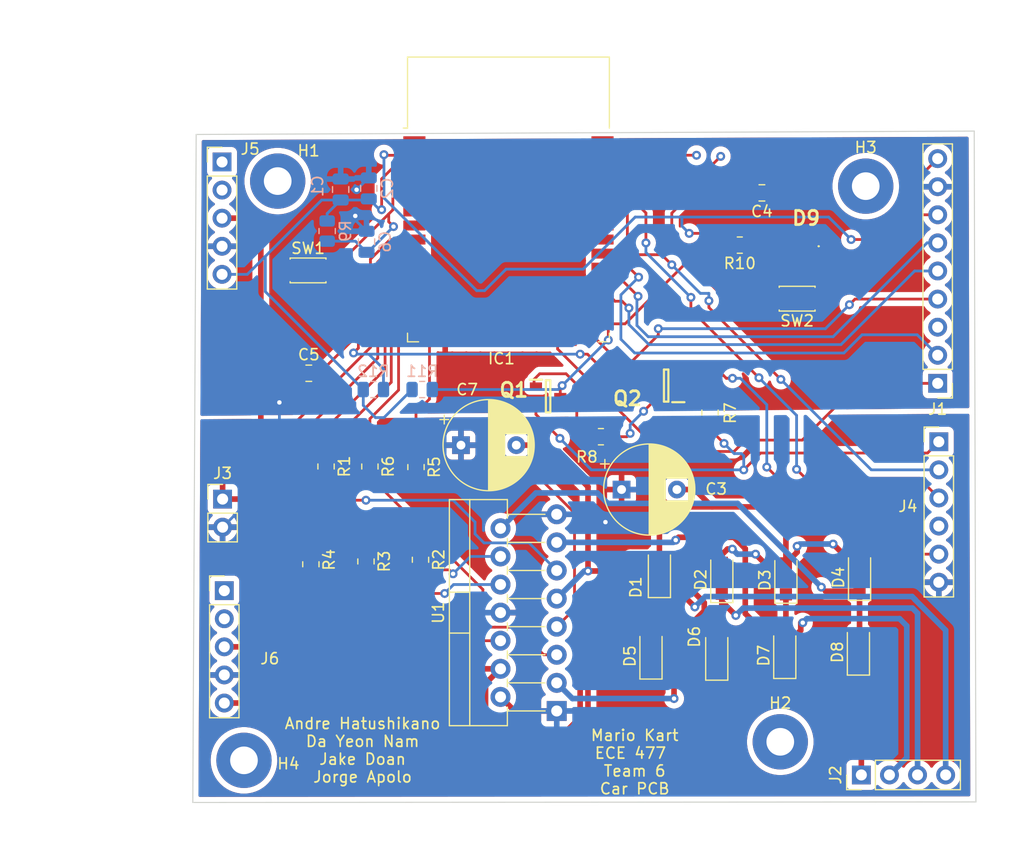
<source format=kicad_pcb>
(kicad_pcb (version 20211014) (generator pcbnew)
  (layers (0 "F.Cu" signal) (31 "B.Cu" signal) (34 "B.Paste" user) (35 "F.Paste" user) (36 "B.SilkS" user "B.Silkscreen") (37 "F.SilkS" user "F.Silkscreen") (38 "B.Mask" user) (39 "F.Mask" user) (44 "Edge.Cuts" user))
  (net 0 "")
  (net 1 "GND")
  (net 2 "OUT1")
  (net 3 "OUT2")
  (net 4 "OUT3")
  (net 5 "OUT4")
  (net 23 "Vout")
  (net 24 "GPIO0")
  (net 25 "EN")
  (net 26 "GPIO32")
  (net 27 "GPIO33")
  (net 28 "GPIO25")
  (net 29 "GPIO26")
  (net 30 "GPIO27")
  (net 31 "GPIO14")
  (net 32 "SS")
  (net 33 "MOSI")
  (net 34 "MISO")
  (net 35 "IRQ")
  (net 36 "SCK")
  (net 37 "RX")
  (net 38 "TX")
  (net 39 "DTR")
  (net 40 "CTS")
  (net 41 "B+")
  (net 46 "Net-(R2-Pad2)")
  (net 47 "Net-(Q2-Pad1)")
  (net 49 "Net-(Q1-Pad1)")
  (net 50 "Net-(R1-Pad2)")
  (net 51 "Net-(R3-Pad2)")
  (net 52 "Net-(R4-Pad2)")
  (net 53 "Net-(R5-Pad2)")
  (net 54 "Net-(R6-Pad2)")
  (net 55 "3.3V")
  (net 56 "Net-(D9-Pad2)")
  (net 58 "GPIO22")
  (net 59 "GPIO23")
  (footprint "Button_Switch_SMD:SW_SPST_CK_KXT3" (layer "F.Cu") (at 107.644 65.5468 180)
    (fp_text reference "SW2")
    (fp_text value "SW_Push")
  )
  (footprint "Resistor_SMD:R_0805_2012Metric" (layer "F.Cu") (at 65.0748 80.7193 -90)
    (fp_text reference "R1")
    (fp_text value "20")
  )
  (footprint "Diode_SMD:D_SOD-123F" (layer "F.Cu") (at 113.284 90.6272 90)
    (fp_text reference "D4")
    (fp_text value "IN4148")
  )
  (footprint "Connector_PinHeader_2.54mm:PinHeader_1x06_P2.54mm_Vertical" (layer "F.Cu") (at 120.4468 78.486)
    (fp_text reference "J4")
    (fp_text value "Conn_01x06_Female")
  )
  (footprint "Capacitor_THT:CP_Radial_D8.0mm_P5.00mm" (layer "F.Cu") (at 77.2668 78.7908)
    (fp_text reference "C7")
    (fp_text value "100uF")
  )
  (footprint "Resistor_SMD:R_0805_2012Metric" (layer "F.Cu") (at 73.6092 89.154 -90)
    (fp_text reference "R2")
    (fp_text value "20")
  )
  (footprint "Resistor_SMD:R_0805_2012Metric" (layer "F.Cu") (at 99.7712 75.8444 90)
    (fp_text reference "R7")
    (fp_text value "10k")
  )
  (footprint "Diode_SMD:D_SOD-123F" (layer "F.Cu") (at 94.4372 97.7392 90)
    (fp_text reference "D5")
    (fp_text value "IN4148")
  )
  (footprint "Connector_PinHeader_2.54mm:PinHeader_1x09_P2.54mm_Vertical" (layer "F.Cu") (at 120.3452 73.2028 180)
    (fp_text reference "J1")
    (fp_text value "Conn_01x09_Female")
  )
  (footprint "Connector_PinHeader_2.54mm:PinHeader_1x04_P2.54mm_Vertical" (layer "F.Cu") (at 113.4464 108.6104 90)
    (fp_text reference "J2")
    (fp_text value "Conn_01x04_Male")
  )
  (footprint "Resistor_SMD:R_0805_2012Metric" (layer "F.Cu") (at 63.7032 89.5604 -90)
    (fp_text reference "R4")
    (fp_text value "20")
  )
  (footprint "MountingHole:MountingHole_2.5mm_Pad" (layer "F.Cu") (at 113.8428 55.372)
    (fp_text reference "H3")
    (fp_text value "MountingHole")
  )
  (footprint "Diode_SMD:D_SOD-123F" (layer "F.Cu") (at 106.6292 90.8812 90)
    (fp_text reference "D3")
    (fp_text value "IN4148")
  )
  (footprint "SamacSys_Parts:SOT95P240X115-3N" (layer "F.Cu") (at 95.8088 73.406 180)
    (fp_text reference "Q2")
    (fp_text value "SS8050-G" hide)
  )
  (footprint "SamacSys_Parts:APHCM2012QBCDF01" (layer "F.Cu") (at 107.3404 60.8076 180)
    (fp_text reference "D9")
    (fp_text value "LED" hide)
  )
  (footprint "Resistor_SMD:R_0805_2012Metric" (layer "F.Cu") (at 89.9141 78.0288 180)
    (fp_text reference "R8")
    (fp_text value "10k")
  )
  (footprint "MountingHole:MountingHole_2.5mm_Pad" (layer "F.Cu") (at 57.658 107.2896)
    (fp_text reference "H4")
    (fp_text value "MountingHole")
  )
  (footprint "Connector_PinHeader_2.54mm:PinHeader_1x02_P2.54mm_Vertical" (layer "F.Cu") (at 55.7276 83.6676)
    (fp_text reference "J3")
    (fp_text value "Conn_01x02_Female")
  )
  (footprint "Resistor_SMD:R_0805_2012Metric" (layer "F.Cu") (at 68.6816 89.3064 -90)
    (fp_text reference "R3")
    (fp_text value "20")
  )
  (footprint "Resistor_SMD:R_0805_2012Metric" (layer "F.Cu") (at 73.2028 80.7739 -90)
    (fp_text reference "R5")
    (fp_text value "20")
  )
  (footprint "MountingHole:MountingHole_2.5mm_Pad" (layer "F.Cu") (at 60.706 54.9148)
    (fp_text reference "H1")
    (fp_text value "MountingHole")
  )
  (footprint "Package_TO_SOT_THT:TO-220-15_P2.54x2.54mm_StaggerOdd_Lead4.58mm_Vertical" (layer "F.Cu") (at 85.9198 102.8242 90)
    (fp_text reference "U1")
    (fp_text value "L298HN")
  )
  (footprint "Capacitor_THT:CP_Radial_D8.0mm_P5.00mm" (layer "F.Cu") (at 91.780549 82.804)
    (fp_text reference "C3")
    (fp_text value "100uF")
  )
  (footprint "Diode_SMD:D_SOD-123F" (layer "F.Cu") (at 100.3808 97.8408 90)
    (fp_text reference "D6")
    (fp_text value "IN4148")
  )
  (footprint "Diode_SMD:D_SOD-123F" (layer "F.Cu") (at 100.838 90.8304 90)
    (fp_text reference "D2")
    (fp_text value "IN4148")
  )
  (footprint "Diode_SMD:D_SOD-123F" (layer "F.Cu") (at 95.1992 90.3732 90)
    (fp_text reference "D1")
    (fp_text value "IN4148")
  )
  (footprint "Button_Switch_SMD:SW_SPST_CK_KXT3" (layer "F.Cu") (at 63.4492 62.992)
    (fp_text reference "SW1")
    (fp_text value "SW_Push")
  )
  (footprint "Connector_PinHeader_2.54mm:PinHeader_1x05_P2.54mm_Vertical" (layer "F.Cu") (at 55.88 91.948)
    (fp_text reference "J6")
    (fp_text value "Conn_01x05_Female")
  )
  (footprint "Connector_PinHeader_2.54mm:PinHeader_1x05_P2.54mm_Vertical" (layer "F.Cu") (at 55.6768 53.1876)
    (fp_text reference "J5")
    (fp_text value "Conn_01x05_Female")
  )
  (footprint "Resistor_SMD:R_0805_2012Metric" (layer "F.Cu") (at 69.0372 80.7212 -90)
    (fp_text reference "R6")
    (fp_text value "20")
  )
  (footprint "RF_Module:ESP32-SOLO-ONE" (layer "F.Cu") (at 81.5568 59.5668)
    (fp_text reference "IC1")
    (fp_text value "ESP32-SOLO-1")
  )
  (footprint "MountingHole:MountingHole_2.5mm_Pad" (layer "F.Cu") (at 106.1212 105.6132)
    (fp_text reference "H2")
    (fp_text value "MountingHole")
  )
  (footprint "Diode_SMD:D_SOD-123F" (layer "F.Cu") (at 106.5276 97.6884 90)
    (fp_text reference "D7")
    (fp_text value "IN4148")
  )
  (footprint "Resistor_SMD:R_0805_2012Metric" (layer "F.Cu") (at 102.4636 60.706 180)
    (fp_text reference "R10")
    (fp_text value "10k")
  )
  (footprint "Capacitor_SMD:C_0805_2012Metric" (layer "F.Cu") (at 104.46 55.9816 180)
    (fp_text reference "C4")
    (fp_text value "100nF")
  )
  (footprint "SamacSys_Parts:SOT95P240X115-3N" (layer "F.Cu") (at 85.1408 74.3712)
    (fp_text reference "Q1")
    (fp_text value "SS8050-G" hide)
  )
  (footprint "Capacitor_SMD:C_0805_2012Metric" (layer "F.Cu") (at 63.5152 72.2884)
    (fp_text reference "C5")
    (fp_text value "100nF")
  )
  (footprint "Diode_SMD:D_SOD-123F" (layer "F.Cu") (at 113.1824 97.3836 90)
    (fp_text reference "D8")
    (fp_text value "IN4148")
  )
  (footprint "Resistor_SMD:R_0805_2012Metric" (layer "B.Cu") (at 73.7616 73.7616 180)
    (fp_text reference "R11")
    (fp_text value "10k")
  )
  (footprint "Capacitor_SMD:C_0805_2012Metric" (layer "B.Cu") (at 68.9356 55.5752 90)
    (fp_text reference "C2")
    (fp_text value "100nF")
  )
  (footprint "Resistor_SMD:R_0805_2012Metric" (layer "B.Cu") (at 65.1764 59.4341 90)
    (fp_text reference "R9")
    (fp_text value "10k")
  )
  (footprint "Capacitor_SMD:C_0805_2012Metric" (layer "B.Cu") (at 66.3956 55.6768 90)
    (fp_text reference "C1")
    (fp_text value "22uF")
  )
  (footprint "Capacitor_SMD:C_0805_2012Metric" (layer "B.Cu") (at 68.7324 60.4012 90)
    (fp_text reference "C6")
    (fp_text value "100nF")
  )
  (footprint "Resistor_SMD:R_0805_2012Metric" (layer "B.Cu") (at 69.3516 73.7616 180)
    (fp_text reference "R12")
    (fp_text value "10k")
  )
  (gr_line (start 53.34 50.6984) (end 123.6472 50.3936) (layer "Edge.Cuts") (width 0.1))
  (gr_line (start 123.7996 111.0488) (end 53.0352 111.0996) (layer "Edge.Cuts") (width 0.1))
  (gr_line (start 53.0352 111.0996) (end 53.34 50.6984) (layer "Edge.Cuts") (width 0.1))
  (gr_line (start 123.6472 50.3936) (end 123.7996 111.0488) (layer "Edge.Cuts") (width 0.1))
  (gr_text "Andre Hatushikano\nDa Yeon Nam\nJake Doan\nJorge Apolo" (at 68.3768 106.3752) (layer "F.SilkS") (effects (font (size 1 1))))
  (gr_text "Mario Kart\nECE 477 \nTeam 6\nCar PCB\n" (at 92.964 107.442) (layer "F.SilkS") (effects (font (size 1 1))))
  (segment (start 67.837079 55.698248) (end 67.837079 57.943721) (width 0.25) (layer "F.Cu") (net 1))
  (segment (start 91.780549 82.804) (end 91.780549 84.292251) (width 0.25) (layer "F.Cu") (net 1))
  (segment (start 67.837079 57.943721) (end 67.7164 58.0644) (width 0.25) (layer "F.Cu") (net 1))
  (segment (start 62.5652 72.2884) (end 60.8584 73.9952) (width 0.25) (layer "F.Cu") (net 1))
  (segment (start 91.780549 84.292251) (end 90.3224 85.7504) (width 0.25) (layer "F.Cu") (net 1))
  (segment (start 60.8584 73.9952) (end 60.8584 74.93) (width 0.25) (layer "F.Cu") (net 1))
  (via (at 90.3224 85.7504) (size 0.8) (drill 0.4) (layers "F.Cu" "B.Cu") (net 1))
  (via (at 60.8584 74.93) (size 0.8) (drill 0.4) (layers "F.Cu" "B.Cu") (net 1))
  (via (at 67.7164 58.0644) (size 0.8) (drill 0.4) (layers "F.Cu" "B.Cu") (net 1))
  (via (at 67.837079 55.698248) (size 0.8) (drill 0.4) (layers "F.Cu" "B.Cu") (net 1))
  (segment (start 60.8584 77.2668) (end 60.5028 77.6224) (width 0.25) (layer "B.Cu") (net 1))
  (segment (start 67.7164 58.0644) (end 67.7164 58.4352) (width 0.25) (layer "B.Cu") (net 1))
  (segment (start 60.8584 74.93) (end 60.8584 77.2668) (width 0.25) (layer "B.Cu") (net 1))
  (segment (start 68.910127 54.6252) (end 67.837079 55.698248) (width 0.25) (layer "B.Cu") (net 1))
  (segment (start 60.5028 81.4324) (end 55.7276 86.2076) (width 0.25) (layer "B.Cu") (net 1))
  (segment (start 90.3224 85.7504) (end 89.6162 85.0442) (width 0.25) (layer "B.Cu") (net 1))
  (segment (start 68.9356 54.6252) (end 68.910127 54.6252) (width 0.25) (layer "B.Cu") (net 1))
  (segment (start 68.9356 54.6252) (end 68.9356 54.626181) (width 0.25) (layer "B.Cu") (net 1))
  (segment (start 89.6162 85.0442) (end 85.9198 85.0442) (width 0.25) (layer "B.Cu") (net 1))
  (segment (start 60.5028 77.6224) (end 60.5028 81.4324) (width 0.25) (layer "B.Cu") (net 1))
  (segment (start 67.7164 58.4352) (end 68.7324 59.4512) (width 0.25) (layer "B.Cu") (net 1))
  (segment (start 98.3996 93.4212) (end 96.7516 91.7732) (width 0.508) (layer "F.Cu") (net 2))
  (segment (start 95.1992 95.5772) (end 94.4372 96.3392) (width 0.508) (layer "F.Cu") (net 2))
  (segment (start 86.853822 104.5972) (end 83.8828 104.5972) (width 0.508) (layer "F.Cu") (net 2))
  (segment (start 88.0364 103.414622) (end 86.853822 104.5972) (width 0.508) (layer "F.Cu") (net 2))
  (segment (start 83.8828 104.5972) (end 80.8398 101.5542) (width 0.508) (layer "F.Cu") (net 2))
  (segment (start 95.1992 91.7732) (end 95.1992 95.5772) (width 0.508) (layer "F.Cu") (net 2))
  (segment (start 88.0364 99.899321) (end 91.596521 96.3392) (width 0.508) (layer "F.Cu") (net 2))
  (segment (start 88.0364 99.899321) (end 88.0364 103.414622) (width 0.508) (layer "F.Cu") (net 2))
  (segment (start 96.7516 91.7732) (end 95.1992 91.7732) (width 0.508) (layer "F.Cu") (net 2))
  (segment (start 91.596521 96.3392) (end 94.4372 96.3392) (width 0.508) (layer "F.Cu") (net 2))
  (via (at 98.3996 93.4212) (size 0.8) (drill 0.4) (layers "F.Cu" "B.Cu") (net 2))
  (segment (start 98.3996 93.4212) (end 99.3408 92.48) (width 0.508) (layer "B.Cu") (net 2))
  (segment (start 118.0324 92.48) (end 118.3132 92.7608) (width 0.508) (layer "B.Cu") (net 2))
  (segment (start 99.3408 92.48) (end 118.0324 92.48) (width 0.508) (layer "B.Cu") (net 2))
  (segment (start 118.3132 92.7608) (end 118.3132 92.776216) (width 0.508) (layer "B.Cu") (net 2))
  (segment (start 121.0664 95.529416) (end 121.0664 108.6104) (width 0.508) (layer "B.Cu") (net 2))
  (segment (start 118.3132 92.776216) (end 121.0664 95.529416) (width 0.508) (layer "B.Cu") (net 2))
  (segment (start 100.3808 96.4408) (end 96.52 100.3016) (width 0.508) (layer "F.Cu") (net 3))
  (segment (start 96.52 100.3016) (end 96.52 101.7016) (width 0.508) (layer "F.Cu") (net 3))
  (segment (start 102.103701 94.187499) (end 100.838 92.921798) (width 0.508) (layer "F.Cu") (net 3))
  (segment (start 100.838 95.9836) (end 100.3808 96.4408) (width 0.25) (layer "F.Cu") (net 3))
  (segment (start 100.838 92.2304) (end 100.838 95.9836) (width 0.508) (layer "F.Cu") (net 3))
  (via (at 102.103701 94.187499) (size 0.8) (drill 0.4) (layers "F.Cu" "B.Cu") (net 3))
  (via (at 96.52 101.7016) (size 0.8) (drill 0.4) (layers "F.Cu" "B.Cu") (net 3))
  (segment (start 102.7684 93.5228) (end 102.103701 94.187499) (width 0.508) (layer "B.Cu") (net 3))
  (segment (start 118.0592 93.5228) (end 102.7684 93.5228) (width 0.508) (layer "B.Cu") (net 3))
  (segment (start 118.5264 108.6104) (end 118.5264 93.99) (width 0.508) (layer "B.Cu") (net 3))
  (segment (start 118.5264 93.99) (end 118.0592 93.5228) (width 0.508) (layer "B.Cu") (net 3))
  (segment (start 96.52 101.7016) (end 87.3372 101.7016) (width 0.508) (layer "B.Cu") (net 3))
  (segment (start 87.3372 101.7016) (end 85.9198 100.2842) (width 0.508) (layer "B.Cu") (net 3))
  (segment (start 102.957212 88.149064) (end 101.930148 87.122) (width 0.508) (layer "F.Cu") (net 4))
  (segment (start 108.1532 94.8436) (end 107.9724 94.8436) (width 0.25) (layer "F.Cu") (net 4))
  (segment (start 107.9724 95.5324) (end 107.9724 94.8436) (width 0.508) (layer "F.Cu") (net 4))
  (segment (start 96.774 87.2744) (end 96.6724 87.376) (width 0.25) (layer "F.Cu") (net 4))
  (segment (start 106.5276 96.2884) (end 105.2292 96.2884) (width 0.508) (layer "F.Cu") (net 4))
  (segment (start 107.2164 96.2884) (end 107.9724 95.5324) (width 0.508) (layer "F.Cu") (net 4))
  (segment (start 106.5276 96.2884) (end 107.2164 96.2884) (width 0.508) (layer "F.Cu") (net 4))
  (segment (start 105.2292 96.2884) (end 102.957212 94.016412) (width 0.508) (layer "F.Cu") (net 4))
  (segment (start 106.6292 92.2812) (end 106.6292 96.1868) (width 0.508) (layer "F.Cu") (net 4))
  (segment (start 102.957212 94.016412) (end 102.957212 88.149064) (width 0.508) (layer "F.Cu") (net 4))
  (segment (start 101.930148 87.122) (end 96.9264 87.122) (width 0.508) (layer "F.Cu") (net 4))
  (segment (start 96.9264 87.122) (end 96.774 87.2744) (width 0.508) (layer "F.Cu") (net 4))
  (via (at 96.6724 87.376) (size 0.8) (drill 0.4) (layers "F.Cu" "B.Cu") (net 4))
  (via (at 108.1532 94.8436) (size 0.8) (drill 0.4) (layers "F.Cu" "B.Cu") (net 4))
  (segment (start 108.5168 94.48) (end 116.8988 94.48) (width 0.508) (layer "B.Cu") (net 4))
  (segment (start 96.4642 87.5842) (end 85.9198 87.5842) (width 0.508) (layer "B.Cu") (net 4))
  (segment (start 116.8988 94.48) (end 117.5512 95.1324) (width 0.508) (layer "B.Cu") (net 4))
  (segment (start 117.5512 95.1324) (end 117.5512 107.0456) (width 0.508) (layer "B.Cu") (net 4))
  (segment (start 108.1532 94.8436) (end 108.5168 94.48) (width 0.508) (layer "B.Cu") (net 4))
  (segment (start 96.6724 87.376) (end 96.4642 87.5842) (width 0.25) (layer "B.Cu") (net 4))
  (segment (start 117.5512 107.0456) (end 115.9864 108.6104) (width 0.508) (layer "B.Cu") (net 4))
  (segment (start 115.5192 98.3204) (end 113.1824 95.9836) (width 0.508) (layer "F.Cu") (net 5))
  (segment (start 113.284 95.882) (end 113.1824 95.9836) (width 0.25) (layer "F.Cu") (net 5))
  (segment (start 113.284 92.0272) (end 113.284 95.882) (width 0.508) (layer "F.Cu") (net 5))
  (segment (start 113.4464 108.6104) (end 113.4464 104.638) (width 0.508) (layer "F.Cu") (net 5))
  (segment (start 110.2019 91.9988) (end 113.2556 91.9988) (width 0.508) (layer "F.Cu") (net 5))
  (segment (start 109.8296 91.6265) (end 110.2019 91.9988) (width 0.25) (layer "F.Cu") (net 5))
  (segment (start 113.4464 104.638) (end 115.5192 102.5652) (width 0.508) (layer "F.Cu") (net 5))
  (segment (start 115.5192 102.5652) (end 115.5192 98.3204) (width 0.508) (layer "F.Cu") (net 5))
  (segment (start 113.2556 91.9988) (end 113.284 92.0272) (width 0.25) (layer "F.Cu") (net 5))
  (via (at 109.8296 91.6265) (size 0.8) (drill 0.4) (layers "F.Cu" "B.Cu") (net 5))
  (segment (start 102.260611 84.057511) (end 109.8296 91.6265) (width 0.508) (layer "B.Cu") (net 5))
  (segment (start 84.0452 83.1088) (end 89.578327 83.1088) (width 0.508) (layer "B.Cu") (net 5))
  (segment (start 90.527038 84.057511) (end 102.260611 84.057511) (width 0.508) (layer "B.Cu") (net 5))
  (segment (start 89.578327 83.1088) (end 90.527038 84.057511) (width 0.508) (layer "B.Cu") (net 5))
  (segment (start 80.8398 86.3142) (end 84.0452 83.1088) (width 0.508) (layer "B.Cu") (net 5))
  (segment (start 101.7899 88.1888) (end 101.346 88.1888) (width 0.508) (layer "F.Cu") (net 23))
  (segment (start 104.7212 89.4812) (end 103.886 88.646) (width 0.508) (layer "F.Cu") (net 23))
  (segment (start 106.6292 89.4812) (end 106.6292 84.582) (width 0.508) (layer "F.Cu") (net 23))
  (segment (start 107.6452 88.4652) (end 106.6292 89.4812) (width 0.508) (layer "F.Cu") (net 23))
  (segment (start 88.7476 82.55) (end 88.7476 90.17) (width 0.508) (layer "F.Cu") (net 23))
  (segment (start 96.732 84.37) (end 99.9656 84.37) (width 0.5) (layer "F.Cu") (net 23))
  (segment (start 98.3996 82.804) (end 99.9656 84.37) (width 0.508) (layer "F.Cu") (net 23))
  (segment (start 84.9884 78.7908) (end 88.7476 82.55) (width 0.508) (layer "F.Cu") (net 23))
  (segment (start 112.392 89.2272) (end 110.8964 87.7316) (width 0.508) (layer "F.Cu") (net 23))
  (segment (start 79.486289 103.463889) (end 79.486289 100.345711) (width 0.508) (layer "F.Cu") (net 23))
  (segment (start 96.780549 82.804) (end 98.3996 82.804) (width 0.508) (layer "F.Cu") (net 23))
  (segment (start 99.253111 93.067663) (end 99.253111 93.027111) (width 0.25) (layer "F.Cu") (net 23))
  (segment (start 95.1992 88.9732) (end 95.1992 85.9028) (width 0.5) (layer "F.Cu") (net 23))
  (segment (start 91.3892 90.17) (end 92.586 88.9732) (width 0.508) (layer "F.Cu") (net 23))
  (segment (start 95.1992 88.9732) (end 92.586 88.9732) (width 0.5) (layer "F.Cu") (net 23))
  (segment (start 113.284 89.2272) (end 112.392 89.2272) (width 0.508) (layer "F.Cu") (net 23))
  (segment (start 99.253111 93.067663) (end 99.253111 93.774737) (width 0.508) (layer "F.Cu") (net 23))
  (segment (start 95.1992 85.9028) (end 96.732 84.37) (width 0.5) (layer "F.Cu") (net 23))
  (segment (start 82.2668 78.7908) (end 84.9884 78.7908) (width 0.508) (layer "F.Cu") (net 23))
  (segment (start 107.6452 87.9348) (end 107.6452 88.4652) (width 0.508) (layer "F.Cu") (net 23))
  (segment (start 99.9656 84.37) (end 106.4172 84.37) (width 0.5) (layer "F.Cu") (net 23))
  (segment (start 91.593594 97.342711) (end 88.74392 100.192385) (width 0.508) (layer "F.Cu") (net 23))
  (segment (start 70.6578 99.0142) (end 80.8398 99.0142) (width 0.508) (layer "F.Cu") (net 23))
  (segment (start 88.74392 103.707686) (end 86.584406 105.8672) (width 0.508) (layer "F.Cu") (net 23))
  (segment (start 67.564 102.108) (end 70.6578 99.0142) (width 0.508) (layer "F.Cu") (net 23))
  (segment (start 86.584406 105.8672) (end 81.8896 105.8672) (width 0.508) (layer "F.Cu") (net 23))
  (segment (start 88.7476 90.17) (end 91.3892 90.17) (width 0.508) (layer "F.Cu") (net 23))
  (segment (start 99.253111 93.774737) (end 95.685137 97.342711) (width 0.508) (layer "F.Cu") (net 23))
  (segment (start 88.74392 100.192385) (end 88.74392 103.707686) (width 0.508) (layer "F.Cu") (net 23))
  (segment (start 100.838 88.6968) (end 100.838 89.4304) (width 0.508) (layer "F.Cu") (net 23))
  (segment (start 79.486289 100.345711) (end 80.8178 99.0142) (width 0.508) (layer "F.Cu") (net 23))
  (segment (start 99.253111 93.027111) (end 95.1992 88.9732) (width 0.508) (layer "F.Cu") (net 23))
  (segment (start 106.6292 89.4812) (end 104.7212 89.4812) (width 0.508) (layer "F.Cu") (net 23))
  (segment (start 55.88 102.108) (end 67.564 102.108) (width 0.508) (layer "F.Cu") (net 23))
  (segment (start 106.6292 84.582) (end 106.4172 84.37) (width 0.5) (layer "F.Cu") (net 23))
  (segment (start 101.346 88.1888) (end 100.838 88.6968) (width 0.508) (layer "F.Cu") (net 23))
  (segment (start 95.685137 97.342711) (end 91.593594 97.342711) (width 0.508) (layer "F.Cu") (net 23))
  (segment (start 81.8896 105.8672) (end 79.486289 103.463889) (width 0.508) (layer "F.Cu") (net 23))
  (via (at 103.886 88.646) (size 0.8) (drill 0.4) (layers "F.Cu" "B.Cu") (net 23))
  (via (at 101.7899 88.1888) (size 0.8) (drill 0.4) (layers "F.Cu" "B.Cu") (net 23))
  (via (at 107.6452 87.9348) (size 0.8) (drill 0.4) (layers "F.Cu" "B.Cu") (net 23))
  (via (at 88.7476 90.17) (size 0.8) (drill 0.4) (layers "F.Cu" "B.Cu") (net 23))
  (via (at 110.8964 87.7316) (size 0.8) (drill 0.4) (layers "F.Cu" "B.Cu") (net 23))
  (segment (start 88.414 90.17) (end 88.7476 90.17) (width 0.25) (layer "B.Cu") (net 23))
  (segment (start 102.2471 88.646) (end 101.7899 88.1888) (width 0.508) (layer "B.Cu") (net 23))
  (segment (start 103.886 88.646) (end 102.2471 88.646) (width 0.508) (layer "B.Cu") (net 23))
  (segment (start 110.8964 87.7316) (end 107.8484 87.7316) (width 0.508) (layer "B.Cu") (net 23))
  (segment (start 85.9198 92.6642) (end 88.414 90.17) (width 0.508) (layer "B.Cu") (net 23))
  (segment (start 107.8484 87.7316) (end 107.6452 87.9348) (width 0.25) (layer "B.Cu") (net 23))
  (segment (start 96.3168 60.7196) (end 97.7578 62.1606) (width 0.25) (layer "F.Cu") (net 24))
  (segment (start 86.2408 74.3712) (end 86.2408 73.576) (width 0.25) (layer "F.Cu") (net 24))
  (segment (start 98.1456 55.9816) (end 96.3168 57.8104) (width 0.25) (layer "F.Cu") (net 24))
  (segment (start 96.3168 57.8104) (end 96.3168 60.7196) (width 0.25) (layer "F.Cu") (net 24))
  (segment (start 90.580699 68.345699) (end 90.0568 67.8218) (width 0.25) (layer "F.Cu") (net 24))
  (segment (start 103.51 55.9816) (end 98.1456 55.9816) (width 0.25) (layer "F.Cu") (net 24))
  (segment (start 92.0966 67.8218) (end 97.7578 62.1606) (width 0.25) (layer "F.Cu") (net 24))
  (segment (start 97.7578 62.1606) (end 101.144 65.5468) (width 0.25) (layer "F.Cu") (net 24))
  (segment (start 90.0568 67.8218) (end 92.0966 67.8218) (width 0.25) (layer "F.Cu") (net 24))
  (segment (start 86.2408 73.576) (end 86.4108 73.406) (width 0.25) (layer "F.Cu") (net 24))
  (segment (start 90.580699 69.286901) (end 90.580699 68.345699) (width 0.25) (layer "F.Cu") (net 24))
  (segment (start 106.019 65.5468) (end 101.144 65.5468) (width 0.25) (layer "F.Cu") (net 24))
  (via (at 90.580699 69.286901) (size 0.8) (drill 0.4) (layers "F.Cu" "B.Cu") (net 24))
  (via (at 86.4108 73.406) (size 0.8) (drill 0.4) (layers "F.Cu" "B.Cu") (net 24))
  (segment (start 86.4108 73.406) (end 90.529899 69.286901) (width 0.25) (layer "B.Cu") (net 24))
  (segment (start 74.6741 73.7616) (end 86.0552 73.7616) (width 0.25) (layer "B.Cu") (net 24))
  (segment (start 90.529899 69.286901) (end 90.580699 69.286901) (width 0.25) (layer "B.Cu") (net 24))
  (segment (start 86.0552 73.7616) (end 86.4108 73.406) (width 0.25) (layer "B.Cu") (net 24))
  (segment (start 71.8068 53.8518) (end 73.0568 53.8518) (width 0.25) (layer "F.Cu") (net 25))
  (segment (start 67.559701 70.455301) (end 67.9958 70.019202) (width 0.25) (layer "F.Cu") (net 25))
  (segment (start 88.6968 70.5612) (end 91.5416 73.406) (width 0.25) (layer "F.Cu") (net 25))
  (segment (start 67.9958 68.7578) (end 67.9958 62.7888) (width 0.25) (layer "F.Cu") (net 25))
  (segment (start 71.11232 54.54628) (end 71.8068 53.8518) (width 0.25) (layer "F.Cu") (net 25))
  (segment (start 68.0212 62.7888) (end 67.2592 62.0268) (width 0.25) (layer "F.Cu") (net 25))
  (segment (start 70.739 58.5978) (end 70.739 57.8866) (width 0.25) (layer "F.Cu") (net 25))
  (segment (start 70.739 57.8866) (end 71.11232 57.51328) (width 0.25) (layer "F.Cu") (net 25))
  (segment (start 67.9958 70.019202) (end 67.9958 68.7578) (width 0.25) (layer "F.Cu") (net 25))
  (segment (start 67.2592 62.0268) (end 67.2592 61.3664) (width 0.25) (layer "F.Cu") (net 25))
  (segment (start 71.1708 59.0296) (end 70.739 58.5978) (width 0.25) (layer "F.Cu") (net 25))
  (segment (start 65.77 62.992) (end 65.0742 62.992) (width 0.25) (layer "F.Cu") (net 25))
  (segment (start 64.4652 72.2884) (end 67.9958 68.7578) (width 0.25) (layer "F.Cu") (net 25))
  (segment (start 94.7088 73.406) (end 91.5416 73.406) (width 0.25) (layer "F.Cu") (net 25))
  (segment (start 67.2592 61.3664) (end 70.739 57.8866) (width 0.25) (layer "F.Cu") (net 25))
  (segment (start 66.7352 62.0268) (end 65.77 62.992) (width 0.25) (layer "F.Cu") (net 25))
  (segment (start 71.11232 57.51328) (end 71.11232 54.54628) (width 0.25) (layer "F.Cu") (net 25))
  (segment (start 88.6968 70.5612) (end 88.0364 70.5612) (width 0.25) (layer "F.Cu") (net 25))
  (segment (start 67.2592 62.0268) (end 66.7352 62.0268) (width 0.25) (layer "F.Cu") (net 25))
  (via (at 71.1708 59.0296) (size 0.8) (drill 0.4) (layers "F.Cu" "B.Cu") (net 25))
  (via (at 67.559701 70.455301) (size 0.8) (drill 0.4) (layers "F.Cu" "B.Cu") (net 25))
  (via (at 88.0364 70.5612) (size 0.8) (drill 0.4) (layers "F.Cu" "B.Cu") (net 25))
  (segment (start 65.1764 60.3466) (end 67.7278 60.3466) (width 0.25) (layer "B.Cu") (net 25))
  (segment (start 70.2641 73.7616) (end 70.2641 71.8897) (width 0.25) (layer "B.Cu") (net 25))
  (segment (start 67.6656 70.5612) (end 67.559701 70.455301) (width 0.25) (layer "B.Cu") (net 25))
  (segment (start 68.8492 61.3512) (end 71.1708 59.0296) (width 0.25) (layer "B.Cu") (net 25))
  (segment (start 70.2641 71.8897) (end 68.9356 70.5612) (width 0.25) (layer "B.Cu") (net 25))
  (segment (start 68.7324 61.3512) (end 68.8492 61.3512) (width 0.25) (layer "B.Cu") (net 25))
  (segment (start 68.9356 70.5612) (end 67.6656 70.5612) (width 0.25) (layer "B.Cu") (net 25))
  (segment (start 88.0364 70.5612) (end 68.9356 70.5612) (width 0.25) (layer "B.Cu") (net 25))
  (segment (start 67.7278 60.3466) (end 68.7324 61.3512) (width 0.25) (layer "B.Cu") (net 25))
  (segment (start 61.1632 85.8012) (end 61.1632 77.8764) (width 0.25) (layer "F.Cu") (net 26))
  (segment (start 69.088 61.976) (end 70.8622 60.2018) (width 0.25) (layer "F.Cu") (net 26))
  (segment (start 63.7032 88.3412) (end 61.1632 85.8012) (width 0.25) (layer "F.Cu") (net 26))
  (segment (start 61.1632 77.8764) (end 69.088 69.9516) (width 0.25) (layer "F.Cu") (net 26))
  (segment (start 70.8622 60.2018) (end 73.0568 60.2018) (width 0.25) (layer "F.Cu") (net 26))
  (segment (start 63.7032 88.6479) (end 63.7032 88.3412) (width 0.25) (layer "F.Cu") (net 26))
  (segment (start 69.088 69.9516) (end 69.088 61.976) (width 0.25) (layer "F.Cu") (net 26))
  (segment (start 62.23 78.4352) (end 62.23 84.0232) (width 0.25) (layer "F.Cu") (net 27))
  (segment (start 62.23 78.4352) (end 69.7484 70.9168) (width 0.25) (layer "F.Cu") (net 27))
  (segment (start 69.7484 62.23) (end 70.5066 61.4718) (width 0.25) (layer "F.Cu") (net 27))
  (segment (start 68.6816 88.3939) (end 66.6007 88.3939) (width 0.25) (layer "F.Cu") (net 27))
  (segment (start 66.6007 88.3939) (end 62.23 84.0232) (width 0.25) (layer "F.Cu") (net 27))
  (segment (start 69.7484 70.9168) (end 69.7484 62.23) (width 0.25) (layer "F.Cu") (net 27))
  (segment (start 70.5066 61.4718) (end 73.0568 61.4718) (width 0.25) (layer "F.Cu") (net 27))
  (segment (start 70.8114 62.7418) (end 73.0568 62.7418) (width 0.25) (layer "F.Cu") (net 28))
  (segment (start 70.3561 84.9884) (end 65.2272 84.9884) (width 0.25) (layer "F.Cu") (net 28))
  (segment (start 73.6092 88.2415) (end 70.3561 84.9884) (width 0.25) (layer "F.Cu") (net 28))
  (segment (start 70.4088 71.9328) (end 70.4088 63.1444) (width 0.25) (layer "F.Cu") (net 28))
  (segment (start 63.246 82.9564) (end 63.246 79.0956) (width 0.25) (layer "F.Cu") (net 28))
  (segment (start 65.2272 84.9884) (end 63.246 83.0072) (width 0.25) (layer "F.Cu") (net 28))
  (segment (start 70.4088 63.1444) (end 70.8114 62.7418) (width 0.25) (layer "F.Cu") (net 28))
  (segment (start 63.246 79.0956) (end 70.4088 71.9328) (width 0.25) (layer "F.Cu") (net 28))
  (segment (start 71.5734 64.0118) (end 73.0568 64.0118) (width 0.25) (layer "F.Cu") (net 29))
  (segment (start 65.0748 79.8068) (end 65.0748 78.994) (width 0.25) (layer "F.Cu") (net 29))
  (segment (start 70.9676 64.6176) (end 71.5734 64.0118) (width 0.25) (layer "F.Cu") (net 29))
  (segment (start 65.0748 78.994) (end 70.9676 73.1012) (width 0.25) (layer "F.Cu") (net 29))
  (segment (start 70.9676 73.1012) (end 70.9676 64.6176) (width 0.25) (layer "F.Cu") (net 29))
  (segment (start 71.628 65.4304) (end 71.628 73.8124) (width 0.25) (layer "F.Cu") (net 30))
  (segment (start 69.0372 79.8087) (end 69.0372 76.4032) (width 0.25) (layer "F.Cu") (net 30))
  (segment (start 69.0372 76.4032) (end 71.628 73.8124) (width 0.25) (layer "F.Cu") (net 30))
  (segment (start 71.7766 65.2818) (end 71.628 65.4304) (width 0.25) (layer "F.Cu") (net 30))
  (segment (start 73.0568 65.2818) (end 71.7766 65.2818) (width 0.25) (layer "F.Cu") (net 30))
  (segment (start 74.422 66.667) (end 74.3068 66.5518) (width 0.25) (layer "F.Cu") (net 31))
  (segment (start 73.2028 79.8614) (end 73.2028 75.8444) (width 0.25) (layer "F.Cu") (net 31))
  (segment (start 73.2028 75.8444) (end 74.422 74.6252) (width 0.25) (layer "F.Cu") (net 31))
  (segment (start 74.422 74.6252) (end 74.422 66.667) (width 0.25) (layer "F.Cu") (net 31))
  (segment (start 74.3068 66.5518) (end 73.0568 66.5518) (width 0.25) (layer "F.Cu") (net 31))
  (segment (start 101.942289 79.362911) (end 102.9716 78.3336) (width 0.25) (layer "F.Cu") (net 32))
  (segment (start 86.0018 70.1014) (end 95.263311 79.362911) (width 0.25) (layer "F.Cu") (net 32))
  (segment (start 102.9716 78.3336) (end 108.1024 78.3336) (width 0.25) (layer "F.Cu") (net 32))
  (segment (start 95.263311 79.362911) (end 101.942289 79.362911) (width 0.25) (layer "F.Cu") (net 32))
  (segment (start 86.0018 68.8218) (end 86.0018 70.1014) (width 0.25) (layer "F.Cu") (net 32))
  (segment (start 108.1024 78.3336) (end 113.2332 73.2028) (width 0.25) (layer "F.Cu") (net 32))
  (segment (start 113.2332 73.2028) (end 120.3452 73.2028) (width 0.25) (layer "F.Cu") (net 32))
  (segment (start 88.8068 66.5518) (end 88.732289 66.626311) (width 0.25) (layer "F.Cu") (net 33))
  (segment (start 88.732289 68.463089) (end 92.1004 71.8312) (width 0.25) (layer "F.Cu") (net 33))
  (segment (start 112.8776 65.5828) (end 120.3452 65.5828) (width 0.25) (layer "F.Cu") (net 33))
  (segment (start 112.3696 66.0908) (end 112.8776 65.5828) (width 0.25) (layer "F.Cu") (net 33))
  (segment (start 88.732289 66.626311) (end 88.732289 68.463089) (width 0.25) (layer "F.Cu") (net 33))
  (segment (start 92.1004 71.8312) (end 95.0976 68.834) (width 0.25) (layer "F.Cu") (net 33))
  (segment (start 95.0976 68.834) (end 95.0976 68.2619) (width 0.25) (layer "F.Cu") (net 33))
  (segment (start 90.0568 66.5518) (end 88.8068 66.5518) (width 0.25) (layer "F.Cu") (net 33))
  (via (at 112.3696 66.0908) (size 0.8) (drill 0.4) (layers "F.Cu" "B.Cu") (net 33))
  (via (at 95.0976 68.2619) (size 0.8) (drill 0.4) (layers "F.Cu" "B.Cu") (net 33))
  (segment (start 110.1985 68.2619) (end 112.3696 66.0908) (width 0.25) (layer "B.Cu") (net 33))
  (segment (start 95.0976 68.2619) (end 110.1985 68.2619) (width 0.25) (layer "B.Cu") (net 33))
  (segment (start 90.0568 65.2818) (end 90.690511 65.2818) (width 0.25) (layer "F.Cu") (net 34))
  (segment (start 92.4427 66.391301) (end 91.828688 65.777289) (width 0.25) (layer "F.Cu") (net 34))
  (segment (start 90.690511 65.2818) (end 91.186 65.777289) (width 0.25) (layer "F.Cu") (net 34))
  (segment (start 91.828688 65.777289) (end 91.186 65.777289) (width 0.25) (layer "F.Cu") (net 34))
  (via (at 92.4427 66.391301) (size 0.8) (drill 0.4) (layers "F.Cu" "B.Cu") (net 34))
  (segment (start 118.2624 63.0428) (end 120.3452 63.0428) (width 0.25) (layer "B.Cu") (net 34))
  (segment (start 111.6076 69.6976) (end 94.258683 69.6976) (width 0.25) (layer "B.Cu") (net 34))
  (segment (start 92.4427 67.881617) (end 92.4427 66.391301) (width 0.25) (layer "B.Cu") (net 34))
  (segment (start 94.258683 69.6976) (end 92.4427 67.881617) (width 0.25) (layer "B.Cu") (net 34))
  (segment (start 111.6076 69.6976) (end 118.2624 63.0428) (width 0.25) (layer "B.Cu") (net 34))
  (segment (start 93.2688 65.3288) (end 91.9518 64.0118) (width 0.25) (layer "F.Cu") (net 35))
  (segment (start 91.9518 64.0118) (end 90.0568 64.0118) (width 0.25) (layer "F.Cu") (net 35))
  (via (at 93.2688 65.3288) (size 0.8) (drill 0.4) (layers "F.Cu" "B.Cu") (net 35))
  (segment (start 110.8964 68.9864) (end 119.38 60.5028) (width 0.25) (layer "B.Cu") (net 35))
  (segment (start 119.38 60.5028) (end 120.3452 60.5028) (width 0.25) (layer "B.Cu") (net 35))
  (segment (start 94.1832 68.9864) (end 110.8964 68.9864) (width 0.25) (layer "B.Cu") (net 35))
  (segment (start 93.1672 67.9704) (end 93.1672 65.4304) (width 0.25) (layer "B.Cu") (net 35))
  (segment (start 94.1832 68.9864) (end 93.1672 67.9704) (width 0.25) (layer "B.Cu") (net 35))
  (segment (start 93.1672 65.4304) (end 93.2688 65.3288) (width 0.25) (layer "B.Cu") (net 35))
  (segment (start 91.1898 61.4718) (end 90.0568 61.4718) (width 0.25) (layer "F.Cu") (net 36))
  (segment (start 93.3196 63.6016) (end 91.1898 61.4718) (width 0.25) (layer "F.Cu") (net 36))
  (via (at 93.3196 63.6016) (size 0.8) (drill 0.4) (layers "F.Cu" "B.Cu") (net 36))
  (segment (start 113.516907 68.812907) (end 118.495307 68.812907) (width 0.25) (layer "B.Cu") (net 36))
  (segment (start 91.718189 69.213789) (end 92.964 70.4596) (width 0.25) (layer "B.Cu") (net 36))
  (segment (start 91.718189 69.213789) (end 91.718189 65.203011) (width 0.25) (layer "B.Cu") (net 36))
  (segment (start 113.516907 68.812907) (end 111.870214 70.4596) (width 0.25) (layer "B.Cu") (net 36))
  (segment (start 118.495307 68.812907) (end 120.3452 70.6628) (width 0.25) (layer "B.Cu") (net 36))
  (segment (start 91.718189 65.203011) (end 93.3196 63.6016) (width 0.25) (layer "B.Cu") (net 36))
  (segment (start 111.870214 70.4596) (end 92.964 70.4596) (width 0.25) (layer "B.Cu") (net 36))
  (segment (start 92.3036 60.8076) (end 92.3036 57.5564) (width 0.25) (layer "F.Cu") (net 37))
  (segment (start 92.3036 57.5564) (end 91.139 56.3918) (width 0.25) (layer "F.Cu") (net 37))
  (segment (start 95.4024 61.5696) (end 93.0656 61.5696) (width 0.25) (layer "F.Cu") (net 37))
  (segment (start 91.139 56.3918) (end 90.0568 56.3918) (width 0.25) (layer "F.Cu") (net 37))
  (segment (start 106.172 72.8472) (end 99.6696 66.3448) (width 0.25) (layer "F.Cu") (net 37))
  (segment (start 99.6696 66.3448) (end 99.6696 65.7352) (width 0.25) (layer "F.Cu") (net 37))
  (segment (start 96.3168 62.484) (end 95.4024 61.5696) (width 0.25) (layer "F.Cu") (net 37))
  (segment (start 93.0656 61.5696) (end 92.3036 60.8076) (width 0.25) (layer "F.Cu") (net 37))
  (via (at 106.172 72.8472) (size 0.8) (drill 0.4) (layers "F.Cu" "B.Cu") (net 37))
  (via (at 99.6696 65.7352) (size 0.8) (drill 0.4) (layers "F.Cu" "B.Cu") (net 37))
  (via (at 96.3168 62.484) (size 0.8) (drill 0.4) (layers "F.Cu" "B.Cu") (net 37))
  (segment (start 114.3508 81.026) (end 106.172 72.8472) (width 0.25) (layer "B.Cu") (net 37))
  (segment (start 120.4468 81.026) (end 114.3508 81.026) (width 0.25) (layer "B.Cu") (net 37))
  (segment (start 99.6696 65.7352) (end 99.6696 65.06712) (width 0.25) (layer "B.Cu") (net 37))
  (segment (start 99.6696 65.06712) (end 98.89992 65.06712) (width 0.25) (layer "B.Cu") (net 37))
  (segment (start 98.89992 65.06712) (end 96.3168 62.484) (width 0.25) (layer "B.Cu") (net 37))
  (segment (start 91.3068 55.1218) (end 90.0568 55.1218) (width 0.25) (layer "F.Cu") (net 38))
  (segment (start 93.98 57.795) (end 91.3068 55.1218) (width 0.25) (layer "F.Cu") (net 38))
  (segment (start 108.4072 81.788) (end 118.6688 81.788) (width 0.25) (layer "F.Cu") (net 38))
  (segment (start 108.4072 81.788) (end 107.5944 80.9752) (width 0.25) (layer "F.Cu") (net 38))
  (segment (start 98.044 66.548) (end 98.044 65.4304) (width 0.25) (layer "F.Cu") (net 38))
  (segment (start 93.98 60.5028) (end 93.98 57.795) (width 0.25) (layer "F.Cu") (net 38))
  (segment (start 120.4468 83.566) (end 118.6688 81.788) (width 0.25) (layer "F.Cu") (net 38))
  (segment (start 104.1908 72.6948) (end 98.044 66.548) (width 0.25) (layer "F.Cu") (net 38))
  (via (at 104.1908 72.6948) (size 0.8) (drill 0.4) (layers "F.Cu" "B.Cu") (net 38))
  (via (at 98.044 65.4304) (size 0.8) (drill 0.4) (layers "F.Cu" "B.Cu") (net 38))
  (via (at 107.5944 80.9752) (size 0.8) (drill 0.4) (layers "F.Cu" "B.Cu") (net 38))
  (via (at 93.98 60.5028) (size 0.8) (drill 0.4) (layers "F.Cu" "B.Cu") (net 38))
  (segment (start 107.5944 80.9752) (end 107.5944 76.0984) (width 0.25) (layer "B.Cu") (net 38))
  (segment (start 93.98 61.3664) (end 93.98 60.5028) (width 0.25) (layer "B.Cu") (net 38))
  (segment (start 98.044 65.4304) (end 93.98 61.3664) (width 0.25) (layer "B.Cu") (net 38))
  (segment (start 107.5944 76.0984) (end 104.1908 72.6948) (width 0.25) (layer "B.Cu") (net 38))
  (segment (start 104.3432 79.502) (end 119.4308 79.502) (width 0.25) (layer "F.Cu") (net 39))
  (segment (start 84.0408 76.0144) (end 84.0408 75.3212) (width 0.25) (layer "F.Cu") (net 39))
  (segment (start 86.2076 78.1812) (end 84.0408 76.0144) (width 0.25) (layer "F.Cu") (net 39))
  (segment (start 104.3432 79.502) (end 102.8192 81.026) (width 0.25) (layer "F.Cu") (net 39))
  (segment (start 120.4468 78.486) (end 119.4308 79.502) (width 0.25) (layer "F.Cu") (net 39))
  (segment (start 99.7712 77.368411) (end 101.0412 78.638411) (width 0.25) (layer "F.Cu") (net 39))
  (segment (start 99.7712 76.7569) (end 99.7712 77.368411) (width 0.25) (layer "F.Cu") (net 39))
  (via (at 86.2076 78.1812) (size 0.8) (drill 0.4) (layers "F.Cu" "B.Cu") (net 39))
  (via (at 102.8192 81.026) (size 0.8) (drill 0.4) (layers "F.Cu" "B.Cu") (net 39))
  (via (at 101.0412 78.638411) (size 0.8) (drill 0.4) (layers "F.Cu" "B.Cu") (net 39))
  (segment (start 101.0412 78.638411) (end 101.955589 79.5528) (width 0.25) (layer "B.Cu") (net 39))
  (segment (start 102.616 79.5528) (end 102.8192 79.756) (width 0.25) (layer "B.Cu") (net 39))
  (segment (start 101.955589 79.5528) (end 102.616 79.5528) (width 0.25) (layer "B.Cu") (net 39))
  (segment (start 102.8192 81.026) (end 89.0524 81.026) (width 0.25) (layer "B.Cu") (net 39))
  (segment (start 89.0524 81.026) (end 86.2076 78.1812) (width 0.25) (layer "B.Cu") (net 39))
  (segment (start 102.8192 79.756) (end 102.8192 81.026) (width 0.25) (layer "B.Cu") (net 39))
  (segment (start 93.77072 75.72699) (end 95.83771 73.66) (width 0.25) (layer "F.Cu") (net 40))
  (segment (start 108.4072 84.2772) (end 111.76 84.2772) (width 0.25) (layer "F.Cu") (net 40))
  (segment (start 120.4468 88.646) (end 116.1288 88.646) (width 0.25) (layer "F.Cu") (net 40))
  (segment (start 95.83771 73.66) (end 96.4692 73.66) (width 0.25) (layer "F.Cu") (net 40))
  (segment (start 96.9088 73.2204) (end 96.9088 72.456) (width 0.25) (layer "F.Cu") (net 40))
  (segment (start 92.2528 78.0288) (end 92.5576 77.724) (width 0.25) (layer "F.Cu") (net 40))
  (segment (start 100.9548 72.456) (end 96.9088 72.456) (width 0.25) (layer "F.Cu") (net 40))
  (segment (start 101.8032 72.7456) (end 101.2444 72.7456) (width 0.25) (layer "F.Cu") (net 40))
  (segment (start 101.2444 72.7456) (end 100.9548 72.456) (width 0.25) (layer "F.Cu") (net 40))
  (segment (start 108.4072 84.2772) (end 104.902 80.772) (width 0.25) (layer "F.Cu") (net 40))
  (segment (start 111.76 84.2772) (end 116.1288 88.646) (width 0.25) (layer "F.Cu") (net 40))
  (segment (start 96.4692 73.66) (end 96.9088 73.2204) (width 0.25) (layer "F.Cu") (net 40))
  (segment (start 90.8266 78.0288) (end 92.2528 78.0288) (width 0.25) (layer "F.Cu") (net 40))
  (via (at 93.77072 75.72699) (size 0.8) (drill 0.4) (layers "F.Cu" "B.Cu") (net 40))
  (via (at 104.902 80.772) (size 0.8) (drill 0.4) (layers "F.Cu" "B.Cu") (net 40))
  (via (at 92.5576 77.724) (size 0.8) (drill 0.4) (layers "F.Cu" "B.Cu") (net 40))
  (via (at 101.8032 72.7456) (size 0.8) (drill 0.4) (layers "F.Cu" "B.Cu") (net 40))
  (segment (start 104.902 80.772) (end 104.902 75.1332) (width 0.25) (layer "B.Cu") (net 40))
  (segment (start 92.5576 76.94011) (end 93.77072 75.72699) (width 0.25) (layer "B.Cu") (net 40))
  (segment (start 92.5576 77.724) (end 92.5576 76.94011) (width 0.25) (layer "B.Cu") (net 40))
  (segment (start 102.5144 72.7456) (end 104.902 75.1332) (width 0.25) (layer "B.Cu") (net 40))
  (segment (start 102.5144 72.7456) (end 101.8032 72.7456) (width 0.25) (layer "B.Cu") (net 40))
  (segment (start 59.69 95.9612) (end 58.6232 97.028) (width 0.508) (layer "F.Cu") (net 41))
  (segment (start 59.182 77.216) (end 55.7276 80.6704) (width 0.508) (layer "F.Cu") (net 41))
  (segment (start 55.7276 83.6676) (end 59.0804 83.6676) (width 0.508) (layer "F.Cu") (net 41))
  (segment (start 59.182 59.182) (end 58.2676 58.2676) (width 0.508) (layer "F.Cu") (net 41))
  (segment (start 58.2676 58.2676) (end 55.6768 58.2676) (width 0.508) (layer "F.Cu") (net 41))
  (segment (start 58.6232 97.028) (end 55.88 97.028) (width 0.508) (layer "F.Cu") (net 41))
  (segment (start 59.0804 83.6676) (end 59.69 84.2772) (width 0.508) (layer "F.Cu") (net 41))
  (segment (start 59.69 84.2772) (end 59.69 95.9612) (width 0.508) (layer "F.Cu") (net 41))
  (segment (start 59.182 59.182) (end 59.182 77.216) (width 0.508) (layer "F.Cu") (net 41))
  (segment (start 55.7276 80.6704) (end 55.7276 83.6676) (width 0.508) (layer "F.Cu") (net 41))
  (segment (start 76.1981 90.0665) (end 76.5556 90.424) (width 0.25) (layer "F.Cu") (net 46))
  (segment (start 73.6092 90.0665) (end 76.1981 90.0665) (width 0.25) (layer "F.Cu") (net 46))
  (via (at 76.5556 90.424) (size 0.8) (drill 0.4) (layers "F.Cu" "B.Cu") (net 46))
  (segment (start 76.5556 90.424) (end 78.1254 88.8542) (width 0.25) (layer "B.Cu") (net 46))
  (segment (start 78.1254 88.8542) (end 80.8398 88.8542) (width 0.25) (layer "B.Cu") (net 46))
  (segment (start 99.7712 74.9319) (end 99.1953 74.356) (width 0.25) (layer "F.Cu") (net 47))
  (segment (start 99.1953 74.356) (end 96.9088 74.356) (width 0.25) (layer "F.Cu") (net 47))
  (segment (start 87.7316 76.7588) (end 87.7316 73.3044) (width 0.25) (layer "F.Cu") (net 49))
  (segment (start 87.7316 73.3044) (end 86.7664 72.3392) (width 0.25) (layer "F.Cu") (net 49))
  (segment (start 89.0016 78.0288) (end 87.7316 76.7588) (width 0.25) (layer "F.Cu") (net 49))
  (segment (start 83.8708 72.8472) (end 83.8708 73.2512) (width 0.25) (layer "F.Cu") (net 49))
  (segment (start 84.3788 72.3392) (end 83.8708 72.8472) (width 0.25) (layer "F.Cu") (net 49))
  (segment (start 83.8708 73.2512) (end 84.0408 73.4212) (width 0.25) (layer "F.Cu") (net 49))
  (segment (start 86.7664 72.3392) (end 84.3788 72.3392) (width 0.25) (layer "F.Cu") (net 49))
  (segment (start 65.0748 81.6318) (end 67.2122 83.7692) (width 0.25) (layer "F.Cu") (net 50))
  (segment (start 67.2122 83.7692) (end 68.6816 83.7692) (width 0.25) (layer "F.Cu") (net 50))
  (via (at 68.6816 83.7692) (size 0.8) (drill 0.4) (layers "F.Cu" "B.Cu") (net 50))
  (segment (start 78.5368 85.742921) (end 78.5368 86.8172) (width 0.25) (layer "B.Cu") (net 50))
  (segment (start 76.563079 83.7692) (end 78.5368 85.742921) (width 0.25) (layer "B.Cu") (net 50))
  (segment (start 78.5368 86.8172) (end 79.349289 87.629689) (width 0.25) (layer "B.Cu") (net 50))
  (segment (start 68.6816 83.7692) (end 76.563079 83.7692) (width 0.25) (layer "B.Cu") (net 50))
  (segment (start 79.349289 87.629689) (end 83.425289 87.629689) (width 0.25) (layer "B.Cu") (net 50))
  (segment (start 83.425289 87.629689) (end 85.9198 90.1242) (width 0.25) (layer "B.Cu") (net 50))
  (segment (start 70.6647 92.202) (end 75.7936 92.202) (width 0.25) (layer "F.Cu") (net 51))
  (segment (start 68.6816 90.2189) (end 70.6647 92.202) (width 0.25) (layer "F.Cu") (net 51))
  (via (at 75.7936 92.202) (size 0.8) (drill 0.4) (layers "F.Cu" "B.Cu") (net 51))
  (segment (start 76.6014 91.3942) (end 80.8398 91.3942) (width 0.25) (layer "B.Cu") (net 51))
  (segment (start 75.7936 92.202) (end 76.6014 91.3942) (width 0.25) (layer "B.Cu") (net 51))
  (segment (start 70.1548 93.6752) (end 74.0664 93.6752) (width 0.25) (layer "F.Cu") (net 52))
  (segment (start 66.9525 90.4729) (end 70.1548 93.6752) (width 0.25) (layer "F.Cu") (net 52))
  (segment (start 74.0664 93.6752) (end 76.8654 96.4742) (width 0.25) (layer "F.Cu") (net 52))
  (segment (start 76.8654 96.4742) (end 80.8398 96.4742) (width 0.25) (layer "F.Cu") (net 52))
  (segment (start 63.7032 90.4729) (end 66.9525 90.4729) (width 0.25) (layer "F.Cu") (net 52))
  (segment (start 87.5284 93.5956) (end 85.9198 95.2042) (width 0.25) (layer "F.Cu") (net 53))
  (segment (start 87.5284 84.921079) (end 87.5284 93.5956) (width 0.25) (layer "F.Cu") (net 53))
  (segment (start 84.293721 81.6864) (end 87.5284 84.921079) (width 0.25) (layer "F.Cu") (net 53))
  (segment (start 73.2028 81.6864) (end 84.293721 81.6864) (width 0.25) (layer "F.Cu") (net 53))
  (segment (start 84.1756 96.3168) (end 84.1756 97.1804) (width 0.25) (layer "F.Cu") (net 54))
  (segment (start 84.7394 97.7442) (end 84.1756 97.1804) (width 0.25) (layer "F.Cu") (net 54))
  (segment (start 80.332279 95.25) (end 80.33259 95.249689) (width 0.25) (layer "F.Cu") (net 54))
  (segment (start 85.9198 97.7442) (end 84.7394 97.7442) (width 0.25) (layer "F.Cu") (net 54))
  (segment (start 79.248 94.8436) (end 79.6544 95.25) (width 0.25) (layer "F.Cu") (net 54))
  (segment (start 80.33259 95.249689) (end 83.108489 95.249689) (width 0.25) (layer "F.Cu") (net 54))
  (segment (start 69.0372 81.6337) (end 79.248 91.8445) (width 0.25) (layer "F.Cu") (net 54))
  (segment (start 79.6544 95.25) (end 80.332279 95.25) (width 0.25) (layer "F.Cu") (net 54))
  (segment (start 83.108489 95.249689) (end 84.1756 96.3168) (width 0.25) (layer "F.Cu") (net 54))
  (segment (start 79.248 91.8445) (end 79.248 94.8436) (width 0.25) (layer "F.Cu") (net 54))
  (segment (start 70.3618 52.5818) (end 73.0568 52.5818) (width 0.25) (layer "F.Cu") (net 55))
  (segment (start 120.3452 57.9628) (end 117.3988 57.9628) (width 0.25) (layer "F.Cu") (net 55))
  (segment (start 70.3618 52.5818) (end 70.3072 52.5272) (width 0.25) (layer "F.Cu") (net 55))
  (segment (start 112.522 60.198) (end 116.1796 60.198) (width 0.25) (layer "F.Cu") (net 55))
  (segment (start 70.099701 54.715899) (end 72.2338 52.5818) (width 0.25) (layer "F.Cu") (net 55))
  (segment (start 101.5511 60.706) (end 100.4843 59.6392) (width 0.25) (layer "F.Cu") (net 55))
  (segment (start 100.4843 59.6392) (end 97.8916 59.6392) (width 0.25) (layer "F.Cu") (net 55))
  (segment (start 117.3988 55.8292) (end 120.3452 52.8828) (width 0.25) (layer "F.Cu") (net 55))
  (segment (start 117.3988 55.8292) (end 117.3988 58.9788) (width 0.25) (layer "F.Cu") (net 55))
  (segment (start 117.3988 58.9788) (end 116.1796 60.198) (width 0.25) (layer "F.Cu") (net 55))
  (segment (start 70.099701 54.715899) (end 70.099701 57.501301) (width 0.25) (layer "F.Cu") (net 55))
  (via (at 70.099701 57.501301) (size 0.8) (drill 0.4) (layers "F.Cu" "B.Cu") (net 55))
  (via (at 97.8916 59.6392) (size 0.8) (drill 0.4) (layers "F.Cu" "B.Cu") (net 55))
  (via (at 70.3072 52.5272) (size 0.8) (drill 0.4) (layers "F.Cu" "B.Cu") (net 55))
  (via (at 112.522 60.198) (size 0.8) (drill 0.4) (layers "F.Cu" "B.Cu") (net 55))
  (segment (start 70.3072 52.5272) (end 70.3072 56.4388) (width 0.25) (layer "B.Cu") (net 55))
  (segment (start 59.5884 61.722) (end 64.6836 56.6268) (width 0.25) (layer "B.Cu") (net 55))
  (segment (start 97.2312 58.166) (end 110.49 58.166) (width 0.25) (layer "B.Cu") (net 55))
  (segment (start 65.1764 58.5216) (end 65.1764 57.846) (width 0.25) (layer "B.Cu") (net 55))
  (segment (start 88.303711 62.877089) (end 93.0148 58.166) (width 0.25) (layer "B.Cu") (net 55))
  (segment (start 93.0148 58.166) (end 97.2312 58.166) (width 0.25) (layer "B.Cu") (net 55))
  (segment (start 69.911701 57.501301) (end 68.9356 56.5252) (width 0.25) (layer "B.Cu") (net 55))
  (segment (start 97.8916 59.6392) (end 97.2312 58.9788) (width 0.25) (layer "B.Cu") (net 55))
  (segment (start 64.6836 56.6268) (end 66.3956 56.6268) (width 0.25) (layer "B.Cu") (net 55))
  (segment (start 110.49 58.166) (end 112.522 60.198) (width 0.25) (layer "B.Cu") (net 55))
  (segment (start 72.8491 73.7616) (end 70.3091 76.3016) (width 0.25) (layer "B.Cu") (net 55))
  (segment (start 68.834 56.6268) (end 68.9356 56.5252) (width 0.25) (layer "B.Cu") (net 55))
  (segment (start 68.4391 73.7616) (end 59.5884 64.9109) (width 0.25) (layer "B.Cu") (net 55))
  (segment (start 66.3956 56.6268) (end 68.834 56.6268) (width 0.25) (layer "B.Cu") (net 55))
  (segment (start 59.5884 64.9109) (end 59.5884 61.722) (width 0.25) (layer "B.Cu") (net 55))
  (segment (start 79.4004 64.8208) (end 81.344111 62.877089) (width 0.25) (layer "B.Cu") (net 55))
  (segment (start 97.2312 58.9788) (end 97.2312 58.166) (width 0.25) (layer "B.Cu") (net 55))
  (segment (start 68.4391 75.1955) (end 68.4391 73.7616) (width 0.25) (layer "B.Cu") (net 55))
  (segment (start 70.3091 76.3016) (end 69.5452 76.3016) (width 0.25) (layer "B.Cu") (net 55))
  (segment (start 55.6768 63.3476) (end 57.9628 63.3476) (width 0.25) (layer "B.Cu") (net 55))
  (segment (start 81.344111 62.877089) (end 88.303711 62.877089) (width 0.25) (layer "B.Cu") (net 55))
  (segment (start 70.3072 56.4388) (end 78.6892 64.8208) (width 0.25) (layer "B.Cu") (net 55))
  (segment (start 57.9628 63.3476) (end 59.5884 61.722) (width 0.25) (layer "B.Cu") (net 55))
  (segment (start 69.5452 76.3016) (end 68.4391 75.1955) (width 0.25) (layer "B.Cu") (net 55))
  (segment (start 78.6892 64.8208) (end 79.4004 64.8208) (width 0.25) (layer "B.Cu") (net 55))
  (segment (start 65.1764 57.846) (end 66.3956 56.6268) (width 0.25) (layer "B.Cu") (net 55))
  (segment (start 70.099701 57.501301) (end 69.911701 57.501301) (width 0.25) (layer "B.Cu") (net 55))
  (segment (start 106.2904 60.8076) (end 103.4777 60.8076) (width 0.25) (layer "F.Cu") (net 56))
  (segment (start 103.4777 60.8076) (end 103.3761 60.706) (width 0.25) (layer "F.Cu") (net 56))
  (segment (start 99.5642 53.8518) (end 90.0568 53.8518) (width 0.25) (layer "F.Cu") (net 58))
  (segment (start 100.7364 52.6796) (end 99.5642 53.8518) (width 0.25) (layer "F.Cu") (net 58))
  (via (at 100.7364 52.6796) (size 0.8) (drill 0.4) (layers "F.Cu" "B.Cu") (net 58))
  (segment (start 90.0606 52.578) (end 90.0568 52.5818) (width 0.25) (layer "F.Cu") (net 59))
  (segment (start 98.552 52.578) (end 90.0606 52.578) (width 0.25) (layer "F.Cu") (net 59))
  (via (at 98.552 52.578) (size 0.8) (drill 0.4) (layers "F.Cu" "B.Cu") (net 59))
  (zone (net 1) (net_name "GND") (layer "F.Cu") (connect_pads (clearance 0.508)) (min_thickness 0.254) (fill yes (thermal_gap 0.508) (thermal_bridge_width 0.508))
    (polygon (pts (xy 123.698 75.438) (xy 53.1876 76.1492) (xy 53.34 50.6984) (xy 123.698 50.3936)))
  )
  (zone (net 1) (net_name "GND") (layer "F.Cu") (connect_pads (clearance 0.508)) (min_thickness 0.254) (fill yes (thermal_gap 0.508) (thermal_bridge_width 0.508))
    (polygon (pts (xy 123.7996 111.0488) (xy 53.0352 111.0996) (xy 53.1876 76.454) (xy 123.698 75.946)))
  )
  (zone (net 1) (net_name "GND") (layer "B.Cu") (connect_pads (clearance 0.508)) (min_thickness 0.254) (fill yes (thermal_gap 0.508) (thermal_bridge_width 0.508))
    (polygon (pts (xy 123.698 75.438) (xy 53.1876 76.1492) (xy 53.34 50.6984) (xy 123.6472 50.3936)))
  )
  (zone (net 1) (net_name "GND") (layer "B.Cu") (connect_pads (clearance 0.508)) (min_thickness 0.254) (fill yes (thermal_gap 0.508) (thermal_bridge_width 0.508))
    (polygon (pts (xy 123.7996 111.0488) (xy 53.0352 111.0996) (xy 53.1876 76.454) (xy 123.698 75.946)))
  )
)
</source>
